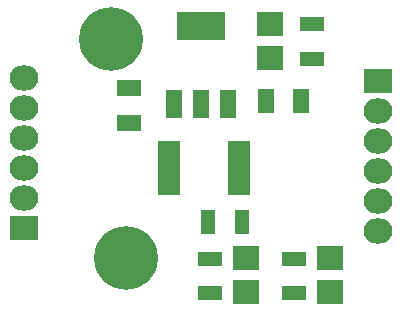
<source format=gbr>
G04 #@! TF.GenerationSoftware,KiCad,Pcbnew,(5.1.2-1)-1*
G04 #@! TF.CreationDate,2019-06-06T15:18:08+02:00*
G04 #@! TF.ProjectId,Level Shifter,4c657665-6c20-4536-9869-667465722e6b,rev?*
G04 #@! TF.SameCoordinates,Original*
G04 #@! TF.FileFunction,Soldermask,Top*
G04 #@! TF.FilePolarity,Negative*
%FSLAX46Y46*%
G04 Gerber Fmt 4.6, Leading zero omitted, Abs format (unit mm)*
G04 Created by KiCad (PCBNEW (5.1.2-1)-1) date 2019-06-06 15:18:08*
%MOMM*%
%LPD*%
G04 APERTURE LIST*
%ADD10C,5.400000*%
%ADD11R,1.300000X2.100000*%
%ADD12R,2.000000X1.400000*%
%ADD13R,1.400000X2.000000*%
%ADD14R,4.057600X2.432000*%
%ADD15R,1.416000X2.432000*%
%ADD16R,2.432000X2.127200*%
%ADD17O,2.432000X2.127200*%
%ADD18R,2.100000X1.300000*%
%ADD19R,2.200860X1.997660*%
%ADD20R,1.850000X0.750000*%
G04 APERTURE END LIST*
D10*
X162560000Y-114300000D03*
X161290000Y-95758000D03*
D11*
X172392000Y-111252000D03*
X169492000Y-111252000D03*
D12*
X162814000Y-102846000D03*
X162814000Y-99846000D03*
D13*
X174395000Y-100965000D03*
X177395000Y-100965000D03*
D14*
X168910000Y-94615000D03*
D15*
X168910000Y-101219000D03*
X171196000Y-101219000D03*
X166624000Y-101219000D03*
D16*
X153924000Y-111760000D03*
D17*
X153924000Y-109220000D03*
X153924000Y-106680000D03*
X153924000Y-104140000D03*
X153924000Y-101600000D03*
X153924000Y-99060000D03*
D16*
X183896000Y-99314000D03*
D17*
X183896000Y-101854000D03*
X183896000Y-104394000D03*
X183896000Y-106934000D03*
X183896000Y-109474000D03*
X183896000Y-112014000D03*
D18*
X169672000Y-117274000D03*
X169672000Y-114374000D03*
X176784000Y-117274000D03*
X176784000Y-114374000D03*
D19*
X174752000Y-94488000D03*
X174752000Y-97327720D03*
X172720000Y-114300000D03*
X172720000Y-117139720D03*
X179832000Y-114300000D03*
X179832000Y-117139720D03*
D20*
X166214000Y-104730000D03*
X166214000Y-105380000D03*
X166214000Y-106030000D03*
X166214000Y-106680000D03*
X166214000Y-107330000D03*
X166214000Y-107980000D03*
X166214000Y-108630000D03*
X172114000Y-108630000D03*
X172114000Y-107980000D03*
X172114000Y-107330000D03*
X172114000Y-106680000D03*
X172114000Y-106030000D03*
X172114000Y-105380000D03*
X172114000Y-104730000D03*
D18*
X178308000Y-97388000D03*
X178308000Y-94488000D03*
M02*

</source>
